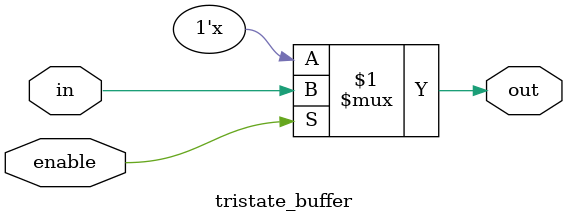
<source format=v>
module tristate_buffer(enable, in, out);
input enable, in;
output out;
assign out = enable ? in : 1'bz;
endmodule 

</source>
